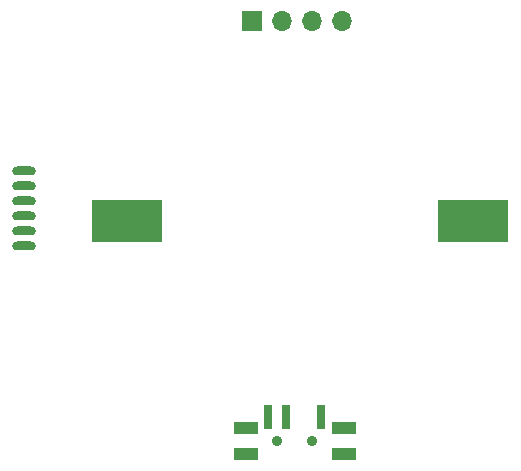
<source format=gbr>
%TF.GenerationSoftware,KiCad,Pcbnew,8.0.3*%
%TF.CreationDate,2024-08-18T16:24:04+10:00*%
%TF.ProjectId,tetris_03,74657472-6973-45f3-9033-2e6b69636164,rev?*%
%TF.SameCoordinates,Original*%
%TF.FileFunction,Soldermask,Bot*%
%TF.FilePolarity,Negative*%
%FSLAX46Y46*%
G04 Gerber Fmt 4.6, Leading zero omitted, Abs format (unit mm)*
G04 Created by KiCad (PCBNEW 8.0.3) date 2024-08-18 16:24:04*
%MOMM*%
%LPD*%
G01*
G04 APERTURE LIST*
%ADD10R,1.700000X1.700000*%
%ADD11O,1.700000X1.700000*%
%ADD12O,2.032000X0.762000*%
%ADD13R,0.700000X2.000000*%
%ADD14R,2.000000X1.000000*%
%ADD15C,0.900000*%
%ADD16R,6.000000X3.600000*%
G04 APERTURE END LIST*
D10*
%TO.C,OLED*%
X124750000Y-37000000D03*
D11*
X127290000Y-37000000D03*
X129830000Y-37000000D03*
X132370000Y-37000000D03*
%TD*%
D12*
%TO.C,J1*%
X105500000Y-49700000D03*
X105500000Y-50970000D03*
X105500000Y-52240000D03*
X105500000Y-53510000D03*
X105500000Y-54780000D03*
X105500000Y-56050000D03*
%TD*%
D13*
%TO.C,POWER*%
X126125000Y-70570000D03*
X127625000Y-70570000D03*
X130625000Y-70570000D03*
D14*
X124225000Y-71470000D03*
X124225000Y-73680000D03*
D15*
X126875000Y-72580000D03*
X129875000Y-72580000D03*
D14*
X132525000Y-71470000D03*
X132525000Y-73680000D03*
%TD*%
D16*
%TO.C,CR2032*%
X114200000Y-54000000D03*
X143500000Y-54000000D03*
%TD*%
M02*

</source>
